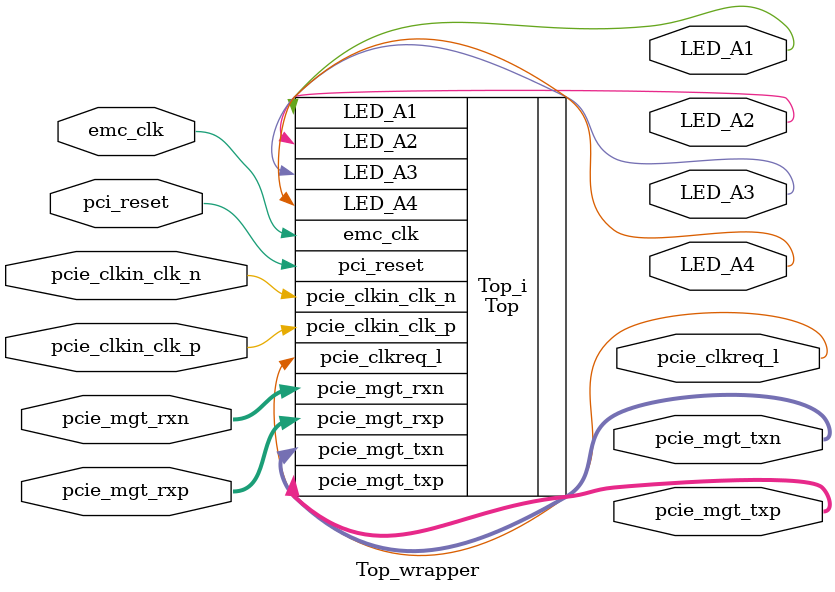
<source format=v>
`timescale 1 ps / 1 ps

module Top_wrapper
   (LED_A1,
    LED_A2,
    LED_A3,
    LED_A4,
    emc_clk,
    pci_reset,
    pcie_clkin_clk_n,
    pcie_clkin_clk_p,
    pcie_clkreq_l,
    pcie_mgt_rxn,
    pcie_mgt_rxp,
    pcie_mgt_txn,
    pcie_mgt_txp);
  output [0:0]LED_A1;
  output [0:0]LED_A2;
  output [0:0]LED_A3;
  output [0:0]LED_A4;
  input emc_clk;
  input pci_reset;
  input [0:0]pcie_clkin_clk_n;
  input [0:0]pcie_clkin_clk_p;
  output [0:0]pcie_clkreq_l;
  input [3:0]pcie_mgt_rxn;
  input [3:0]pcie_mgt_rxp;
  output [3:0]pcie_mgt_txn;
  output [3:0]pcie_mgt_txp;

  wire [0:0]LED_A1;
  wire [0:0]LED_A2;
  wire [0:0]LED_A3;
  wire [0:0]LED_A4;
  wire emc_clk;
  wire pci_reset;
  wire [0:0]pcie_clkin_clk_n;
  wire [0:0]pcie_clkin_clk_p;
  wire [0:0]pcie_clkreq_l;
  wire [3:0]pcie_mgt_rxn;
  wire [3:0]pcie_mgt_rxp;
  wire [3:0]pcie_mgt_txn;
  wire [3:0]pcie_mgt_txp;

  Top Top_i
       (.LED_A1(LED_A1),
        .LED_A2(LED_A2),
        .LED_A3(LED_A3),
        .LED_A4(LED_A4),
        .emc_clk(emc_clk),
        .pci_reset(pci_reset),
        .pcie_clkin_clk_n(pcie_clkin_clk_n),
        .pcie_clkin_clk_p(pcie_clkin_clk_p),
        .pcie_clkreq_l(pcie_clkreq_l),
        .pcie_mgt_rxn(pcie_mgt_rxn),
        .pcie_mgt_rxp(pcie_mgt_rxp),
        .pcie_mgt_txn(pcie_mgt_txn),
        .pcie_mgt_txp(pcie_mgt_txp));
endmodule

</source>
